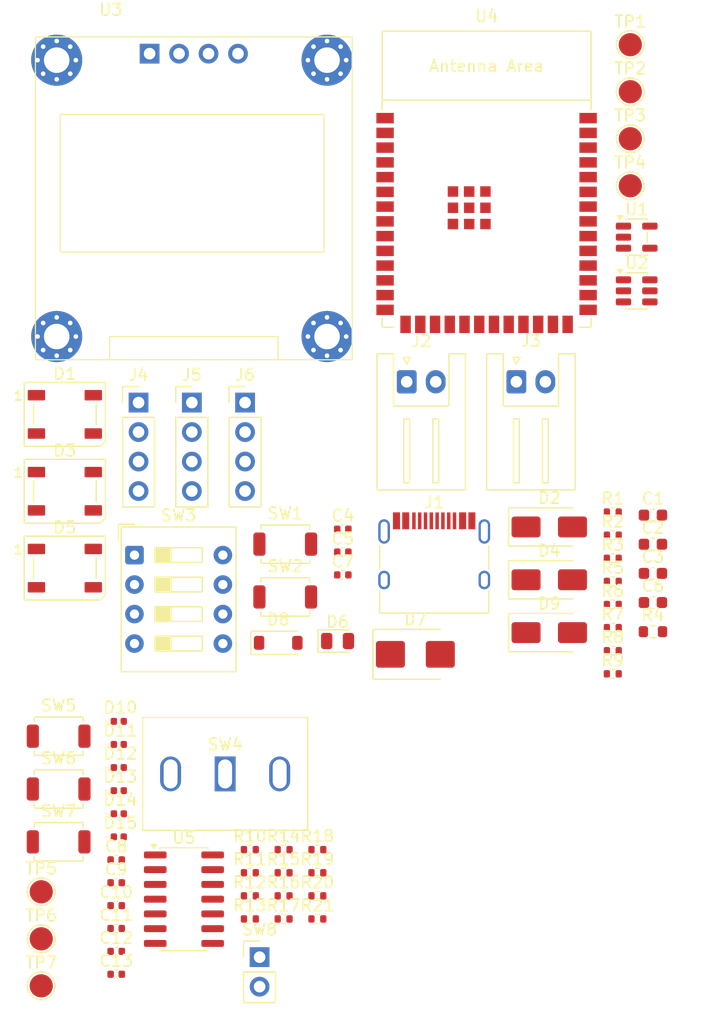
<source format=kicad_pcb>
(kicad_pcb (version 20241229) (generator "pcbnew") (generator_version "9.0")
  (layers (0 "F.Cu" signal) (2 "B.Cu" signal) (13 "F.Paste" user) (15 "B.Paste" user) (5 "F.SilkS" user "F.Silkscreen") (7 "B.SilkS" user "B.Silkscreen") (1 "F.Mask" user) (3 "B.Mask" user) (25 "Edge.Cuts" user))
  (net 0 "")
  (net 1 "+5V")
  (net 2 "GND")
  (net 3 "+3V3")
  (net 4 "/Vsense")
  (net 5 "/CHIP_PU")
  (net 6 "Net-(C8-Pad1)")
  (net 7 "Net-(C9-Pad1)")
  (net 8 "Net-(C10-Pad1)")
  (net 9 "Net-(C11-Pad1)")
  (net 10 "Net-(C12-Pad1)")
  (net 11 "Net-(C13-Pad1)")
  (net 12 "Net-(D1-DOUT)")
  (net 13 "/RGB_LEDS")
  (net 14 "Net-(D3-DOUT)")
  (net 15 "VBUS")
  (net 17 "Net-(D6-A)")
  (net 18 "+VBATT")
  (net 19 "Net-(D10-K)")
  (net 20 "Net-(D11-K)")
  (net 21 "Net-(D12-K)")
  (net 22 "Net-(D13-K)")
  (net 23 "Net-(D14-K)")
  (net 24 "Net-(D15-K)")
  (net 25 "Net-(J1-CC2)")
  (net 26 "Net-(J1-D+-PadA6)")
  (net 27 "Net-(J1-CC1)")
  (net 28 "Net-(J1-D--PadA7)")
  (net 29 "Net-(J4-Pin_2)")
  (net 30 "Net-(J4-Pin_3)")
  (net 31 "Net-(J4-Pin_1)")
  (net 32 "Net-(J4-Pin_4)")
  (net 33 "Net-(J5-Pin_3)")
  (net 34 "Net-(J5-Pin_2)")
  (net 35 "Net-(J5-Pin_4)")
  (net 36 "Net-(J5-Pin_1)")
  (net 37 "/U0TXD")
  (net 38 "/U0RXD")
  (net 39 "/BOOT")
  (net 40 "/D+")
  (net 41 "/ESP_D+")
  (net 42 "/D-")
  (net 43 "/ESP_D-")
  (net 44 "Net-(U4-GPIO48{slash}SPICLK_N{slash}SUBSPICLK_N_DIFF)")
  (net 45 "Net-(U4-GPIO47{slash}SPICLK_P{slash}SUBSPICLK_P_DIFF)")
  (net 46 "Net-(U4-GPIO46)")
  (net 47 "Net-(U4-GPIO45)")
  (net 48 "/Switches/ESW3")
  (net 50 "/SCL")
  (net 51 "/SDA")
  (net 53 "/Switches/ESW1")
  (net 60 "/Switches/ESW4")
  (net 61 "/Switches/ESW5")
  (net 62 "/Switches/ESW2")
  (net 65 "/Switches/ESW6")
  (footprint "Diode_SMD:D_SMB" (layer "F.Cu") (at 75.7 154.2)
    (property "Reference" "D7" (at 0 -3 0) (layer "F.SilkS"))
    (property "Value" "P6SMB6.8CA/TR13")
    (pad "1" smd roundrect (at -2.15 0) (size 2.5 2.3) (layers "F.Cu" "F.Mask" "F.Paste") (roundrect_rratio 0.1086956522) (net 1 "+5V"))
    (pad "2" smd roundrect (at 2.15 0) (size 2.5 2.3) (layers "F.Cu" "F.Mask" "F.Paste") (roundrect_rratio 0.1086956522) (net 2 "GND"))
  )
  (footprint "Connector_PinHeader_2.54mm:PinHeader_1x04_P2.54mm_Vertical" (layer "F.Cu") (at 56.435 132.52)
    (property "Reference" "J5" (at 0 -2.38 0) (layer "F.SilkS"))
    (property "Value" "Conn_01x04_Pin")
    (pad "1" thru_hole rect (at 0 0) (size 1.7 1.7) (drill 1) (layers "*.Cu" "*.Mask") (net 36 "Net-(J5-Pin_1)"))
    (pad "2" thru_hole circle (at 0 2.54) (size 1.7 1.7) (drill 1) (layers "*.Cu" "*.Mask") (net 34 "Net-(J5-Pin_2)"))
    (pad "3" thru_hole circle (at 0 5.08) (size 1.7 1.7) (drill 1) (layers "*.Cu" "*.Mask") (net 33 "Net-(J5-Pin_3)"))
    (pad "4" thru_hole circle (at 0 7.62) (size 1.7 1.7) (drill 1) (layers "*.Cu" "*.Mask") (net 35 "Net-(J5-Pin_4)"))
  )
  (footprint "Pers:Diode_DFN1006" (layer "F.Cu") (at 50.14 161.96)
    (property "Reference" "D11" (at 0.14 -1.2 0) (layer "F.SilkS"))
    (property "Value" "H5VU10U")
    (pad "1" smd roundrect (at -0.425 0) (size 0.55 0.6) (layers "F.Cu" "F.Mask" "F.Paste") (net 20 "Net-(D11-K)"))
    (pad "2" smd roundrect (at 0.425 0) (size 0.55 0.6) (layers "F.Cu" "F.Mask" "F.Paste") (net 2 "GND"))
  )
  (footprint "Button_Switch_SMD:SW_SPST_TS-1088-xR020" (layer "F.Cu") (at 44.955 161.25)
    (property "Reference" "SW5" (at 0 -2.65 0) (layer "F.SilkS"))
    (property "Value" "SW_Push")
    (pad "1" smd roundrect (at -2.225 0) (size 1.05 2) (layers "F.Cu" "F.Mask" "F.Paste") (roundrect_rratio 0.2380952381) (net 2 "GND"))
    (pad "2" smd roundrect (at 2.225 0) (size 1.05 2) (layers "F.Cu" "F.Mask" "F.Paste") (roundrect_rratio 0.2380952381) (net 19 "Net-(D10-K)"))
  )
  (footprint "Resistor_SMD:R_0402_1005Metric" (layer "F.Cu") (at 67.255 173.01)
    (property "Reference" "R19" (at 0 -1.17 0) (layer "F.SilkS"))
    (property "Value" "1k")
    (pad "1" smd roundrect (at -0.51 0) (size 0.54 0.64) (layers "F.Cu" "F.Mask" "F.Paste") (net 24 "Net-(D15-K)"))
    (pad "2" smd roundrect (at 0.51 0) (size 0.54 0.64) (layers "F.Cu" "F.Mask" "F.Paste") (net 9 "Net-(C11-Pad1)"))
  )
  (footprint "Resistor_SMD:R_0402_1005Metric" (layer "F.Cu") (at 92.715 149.91)
    (property "Reference" "R6" (at 0 -1.17 0) (layer "F.SilkS"))
    (property "Value" "10k")
    (pad "1" smd roundrect (at -0.51 0) (size 0.54 0.64) (layers "F.Cu" "F.Mask" "F.Paste") (net 5 "/CHIP_PU"))
    (pad "2" smd roundrect (at 0.51 0) (size 0.54 0.64) (layers "F.Cu" "F.Mask" "F.Paste") (net 3 "+3V3"))
  )
  (footprint "Capacitor_SMD:C_0603_1608Metric" (layer "F.Cu") (at 96.175 149.74)
    (property "Reference" "C6" (at 0 -1.43 0) (layer "F.SilkS"))
    (property "Value" "22u")
    (pad "1" smd roundrect (at -0.775 0) (size 0.9 0.95) (layers "F.Cu" "F.Mask" "F.Paste") (net 3 "+3V3"))
    (pad "2" smd roundrect (at 0.775 0) (size 0.9 0.95) (layers "F.Cu" "F.Mask" "F.Paste") (net 2 "GND"))
  )
  (footprint "TestPoint:TestPoint_Pad_D2.0mm" (layer "F.Cu") (at 94.225 113.85)
    (property "Reference" "TP4" (at 0 -1.998 0) (layer "F.SilkS"))
    (property "Value" "TestPoint")
    (pad "1" smd circle (at 0 0) (size 2 2) (layers "F.Cu" "F.Mask") (net 18 "+VBATT"))
  )
  (footprint "LED_SMD:LED_WS2812B_PLCC4_5.0x5.0mm_P3.2mm" (layer "F.Cu") (at 45.49 133.535)
    (property "Reference" "D1" (at 0 -3.5 0) (layer "F.SilkS"))
    (property "Value" "WS2812B")
    (fp_text user "1" (at -4 -1.6 0) (layer "F.SilkS") (effects (font (size 0.8 0.8))))
    (pad "1" smd roundrect (at -2.45 -1.65) (size 1.5 0.9) (layers "F.Cu" "F.Mask" "F.Paste") (roundrect_rratio 0.1) (net 1 "+5V"))
    (pad "2" smd roundrect (at -2.45 1.65) (size 1.5 0.9) (layers "F.Cu" "F.Mask" "F.Paste") (roundrect_rratio 0.1) (net 12 "Net-(D1-DOUT)"))
    (pad "3" smd roundrect (at 2.45 1.65) (size 1.5 0.9) (layers "F.Cu" "F.Mask" "F.Paste") (roundrect_rratio 0.1) (net 2 "GND"))
    (pad "4" smd roundrect (at 2.45 -1.65) (size 1.5 0.9) (layers "F.Cu" "F.Mask" "F.Paste") (roundrect_rratio 0.1) (net 13 "/RGB_LEDS"))
  )
  (footprint "TestPoint:TestPoint_Pad_D2.0mm" (layer "F.Cu") (at 94.225 101.7)
    (property "Reference" "TP1" (at 0 -1.998 0) (layer "F.SilkS"))
    (property "Value" "TestPoint")
    (pad "1" smd circle (at 0 0) (size 2 2) (layers "F.Cu" "F.Mask") (net 3 "+3V3"))
  )
  (footprint "Capacitor_SMD:C_0402_1005Metric" (layer "F.Cu") (at 49.915 171.9)
    (property "Reference" "C8" (at 0 -1.16 0) (layer "F.SilkS"))
    (property "Value" "0u1")
    (pad "1" smd roundrect (at -0.48 0) (size 0.56 0.62) (layers "F.Cu" "F.Mask" "F.Paste") (net 6 "Net-(C8-Pad1)"))
    (pad "2" smd roundrect (at 0.48 0) (size 0.56 0.62) (layers "F.Cu" "F.Mask" "F.Paste") (net 2 "GND"))
  )
  (footprint "Resistor_SMD:R_0402_1005Metric" (layer "F.Cu") (at 61.435 173.01)
    (property "Reference" "R11" (at 0 -1.17 0) (layer "F.SilkS"))
    (property "Value" "10k")
    (pad "1" smd roundrect (at -0.51 0) (size 0.54 0.64) (layers "F.Cu" "F.Mask" "F.Paste") (net 20 "Net-(D11-K)"))
    (pad "2" smd roundrect (at 0.51 0) (size 0.54 0.64) (layers "F.Cu" "F.Mask" "F.Paste") (net 3 "+3V3"))
  )
  (footprint "Pers:Diode_DFN1006" (layer "F.Cu") (at 50.14 159.97)
    (property "Reference" "D10" (at 0.14 -1.2 0) (layer "F.SilkS"))
    (property "Value" "H5VU10U")
    (pad "1" smd roundrect (at -0.425 0) (size 0.55 0.6) (layers "F.Cu" "F.Mask" "F.Paste") (net 19 "Net-(D10-K)"))
    (pad "2" smd roundrect (at 0.425 0) (size 0.55 0.6) (layers "F.Cu" "F.Mask" "F.Paste") (net 2 "GND"))
  )
  (footprint "Diode_SMD:D_SOD-123" (layer "F.Cu") (at 63.88 153.21)
    (property "Reference" "D8" (at 0 -2 0) (layer "F.SilkS"))
    (property "Value" "BZT52B3V3")
    (pad "1" smd roundrect (at -1.65 0) (size 0.9 1.2) (layers "F.Cu" "F.Mask" "F.Paste") (net 4 "/Vsense"))
    (pad "2" smd roundrect (at 1.65 0) (size 0.9 1.2) (layers "F.Cu" "F.Mask" "F.Paste") (net 2 "GND"))
  )
  (footprint "Connector_PinHeader_2.54mm:PinHeader_1x04_P2.54mm_Vertical" (layer "F.Cu") (at 61.025 132.52)
    (property "Reference" "J6" (at 0 -2.38 0) (layer "F.SilkS"))
    (property "Value" "Conn_01x04_Pin")
    (pad "1" thru_hole rect (at 0 0) (size 1.7 1.7) (drill 1) (layers "*.Cu" "*.Mask") (net 3 "+3V3"))
    (pad "2" thru_hole circle (at 0 2.54) (size 1.7 1.7) (drill 1) (layers "*.Cu" "*.Mask") (net 38 "/U0RXD"))
    (pad "3" thru_hole circle (at 0 5.08) (size 1.7 1.7) (drill 1) (layers "*.Cu" "*.Mask") (net 2 "GND"))
    (pad "4" thru_hole circle (at 0 7.62) (size 1.7 1.7) (drill 1) (layers "*.Cu" "*.Mask") (net 37 "/U0TXD"))
  )
  (footprint "Capacitor_SMD:C_0402_1005Metric" (layer "F.Cu") (at 69.445 143.42)
    (property "Reference" "C4" (at 0 -1.16 0) (layer "F.SilkS"))
    (property "Value" "0u1")
    (pad "1" smd roundrect (at -0.48 0) (size 0.56 0.62) (layers "F.Cu" "F.Mask" "F.Paste") (net 4 "/Vsense"))
    (pad "2" smd roundrect (at 0.48 0) (size 0.56 0.62) (layers "F.Cu" "F.Mask" "F.Paste") (net 2 "GND"))
  )
  (footprint "Resistor_SMD:R_0402_1005Metric" (layer "F.Cu") (at 67.255 171.02)
    (property "Reference" "R18" (at 0 -1.17 0) (layer "F.SilkS"))
    (property "Value" "1k")
    (pad "1" smd roundrect (at -0.51 0) (size 0.54 0.64) (layers "F.Cu" "F.Mask" "F.Paste") (net 21 "Net-(D12-K)"))
    (pad "2" smd roundrect (at 0.51 0) (size 0.54 0.64) (layers "F.Cu" "F.Mask" "F.Paste") (net 8 "Net-(C10-Pad1)"))
  )
  (footprint "LED_SMD:LED_0805_2012Metric" (layer "F.Cu") (at 68.995 153.055)
    (property "Reference" "D6" (at 0 -1.65 0) (layer "F.SilkS"))
    (property "Value" "GREEN")
    (pad "1" smd roundrect (at -0.9375 0) (size 0.975 1.4) (layers "F.Cu" "F.Mask" "F.Paste") (net 2 "GND"))
    (pad "2" smd roundrect (at 0.9375 0) (size 0.975 1.4) (layers "F.Cu" "F.Mask" "F.Paste") (net 17 "Net-(D6-A)"))
  )
  (footprint "Pers:HS96L03W2C03" (layer "F.Cu") (at 52.795 102.473274)
    (property "Reference" "U3" (at -3.34 -3.773274 0) (layer "F.SilkS"))
    (property "Value" "HS96L03W2C03" (hide yes))
    (pad "1" thru_hole circle (at -9.656726 0.56) (size 0.7 0.7) (drill 0.4) (layers "*.Cu" "*.Mask") (net 2 "GND"))
    (pad "1" thru_hole circle (at -9.656726 24.36) (size 0.7 0.7) (drill 0.4) (layers "*.Cu" "*.Mask") (net 2 "GND"))
    (pad "1" thru_hole circle (at -9.173452 -0.606726) (size 0.7 0.7) (drill 0.4) (layers "*.Cu" "*.Mask") (net 2 "GND"))
    (pad "1" thru_hole circle (at -9.173452 1.726726) (size 0.7 0.7) (drill 0.4) (layers "*.Cu" "*.Mask") (net 2 "GND"))
    (pad "1" thru_hole circle (at -9.173452 23.193274) (size 0.7 0.7) (drill 0.4) (layers "*.Cu" "*.Mask") (net 2 "GND"))
    (pad "1" thru_hole circle (at -9.173452 25.526726) (size 0.7 0.7) (drill 0.4) (layers "*.Cu" "*.Mask") (net 2 "GND"))
    (pad "1" thru_hole circle (at -8.006726 -1.09) (size 0.7 0.7) (drill 0.4) (layers "*.Cu" "*.Mask") (net 2 "GND"))
    (pad "1" thru_hole circle (at -8.006726 0.56) (size 4.4 4.4) (drill 2.2) (layers "*.Cu" "*.Mask") (net 2 "GND"))
    (pad "1" thru_hole circle (at -8.006726 2.21) (size 0.7 0.7) (drill 0.4) (layers "*.Cu" "*.Mask") (net 2 "GND"))
    (pad "1" thru_hole circle (at -8.006726 22.71) (size 0.7 0.7) (drill 0.4) (layers "*.Cu" "*.Mask") (net 2 "GND"))
    (pad "1" thru_hole circle (at -8.006726 24.36) (size 4.4 4.4) (drill 2.2) (layers "*.Cu" "*.Mask") (net 2 "GND"))
    (pad "1" thru_hole circle (at -8.006726 26.01) (size 0.7 0.7) (drill 0.4) (layers "*.Cu" "*.Mask") (net 2 "GND"))
    (pad "1" thru_hole circle (at -6.84 -0.606726) (size 0.7 0.7) (drill 0.4) (layers "*.Cu" "*.Mask") (net 2 "GND"))
    (pad "1" thru_hole circle (at -6.84 1.726726) (size 0.7 0.7) (drill 0.4) (layers "*.Cu" "*.Mask") (net 2 "GND"))
    (pad "1" thru_hole circle (at -6.84 23.193274) (size 0.7 0.7) (drill 0.4) (layers "*.Cu" "*.Mask") (net 2 "GND"))
    (pad "1" thru_hole circle (at -6.84 25.526726) (size 0.7 0.7) (drill 0.4) (layers "*.Cu" "*.Mask") (net 2 "GND"))
    (pad "1" thru_hole circle (at -6.356726 0.56) (size 0.7 0.7) (drill 0.4) (layers "*.Cu" "*.Mask") (net 2 "GND"))
    (pad "1" thru_hole circle (at -6.356726 24.36) (size 0.7 0.7) (drill 0.4) (layers "*.Cu" "*.Mask") (net 2 "GND"))
    (pad "1" thru_hole rect (at 0 0) (size 1.7 1.7) (drill 1) (layers "*.Cu" "*.Mask") (net 2 "GND"))
    (pad "1" thru_hole circle (at 13.643274 0.56 90) (size 0.7 0.7) (drill 0.4) (layers "*.Cu" "*.Mask") (net 2 "GND"))
    (pad "1" thru_hole circle (at 13.643274 24.36 90) (size 0.7 0.7) (drill 0.4) (layers "*.Cu" "*.Mask") (net 2 "GND"))
    (pad "1" thru_hole circle (at 14.126548 -0.606726 90) (size 0.7 0.7) (drill 0.4) (layers "*.Cu" "*.Mask") (net 2 "GND"))
    (pad "1" thru_hole circle (at 14.126548 1.726726 90) (size 0.7 0.7) (drill 0.4) (layers "*.Cu" "*.Mask") (net 2 "GND"))
    (pad "1" thru_hole circle (at 14.126548 23.193274 90) (size 0.7 0.7) (drill 0.4) (layers "*.Cu" "*.Mask") (net 2 "GND"))
    (pad "1" thru_hole circle (at 14.126548 25.526726 90) (size 0.7 0.7) (drill 0.4) (layers "*.Cu" "*.Mask") (net 2 "GND"))
    (pad "1" thru_hole circle (at 15.293274 -1.09 90) (size 0.7 0.7) (drill 0.4) (layers "*.Cu" "*.Mask") (net 2 "GND"))
    (pad "1" thru_hole circle (at 15.293274 0.56 90) (size 4.4 4.4) (drill 2.2) (layers "*.Cu" "*.Mask") (net 2 "GND"))
    (pad "1" thru_hole circle (at 15.293274 2.21 90) (size 0.7 0.7) (drill 0.4) (layers "*.Cu" "*.Mask") (net 2 "GND"))
    (pad "1" thru_hole circle (at 15.293274 22.71 90) (size 0.7 0.7) (drill 0.4) (layers "*.Cu" "*.Mask") (net 2 "GND"))
    (pad "1" thru_hole circle (at 15.293274 24.36 90) (size 4.4 4.4) (drill 2.2) (layers "*.Cu" "*.Mask") (net 2 "GND"))
    (pad "1" thru_hole circle (at 15.293274 26.01 90) (size 0.7 0.7) (drill 0.4) (layers "*.Cu" "*.Mask") (net 2 "GND"))
    (pad "1" thru_hole circle (at 16.46 -0.606726 90) (size 0.7 0.7) (drill 0.4) (layers "*.Cu" "*.Mask") (net 2 "GND"))
    (pad "1" thru_hole circle (at 16.46 1.726726 90) (size 0.7 0.7) (drill 0.4) (layers "*.Cu" "*.Mask") (net 2 "GND"))
    (pad "1" thru_hole circle (at 16.46 23.193274 90) (size 0.7 0.7) (drill 0.4) (layers "*.Cu" "*.Mask") (net 2 "GND"))
    (pad "1" thru_hole circle (at 16.46 25.526726 90) (size 0.7 0.7) (drill 0.4) (layers "*.Cu" "*.Mask") (net 2 "GND"))
    (pad "1" thru_hole circle (at 16.943274 0.56 90) (size 0.7 0.7) (drill 0.4) (layers "*.Cu" "*.Mask") (net 2 "GND"))
    (pad "1" thru_hole circle (at 16.943274 24.36 90) (size 0.7 0.7) (drill 0.4) (layers "*.Cu" "*.Mask") (net 2 "GND"))
    (pad "2" thru_hole circle (at 2.54 0) (size 1.7 1.7) (drill 1) (layers "*.Cu" "*.Mask") (net 3 "+3V3"))
    (pad "3" thru_hole circle (at 5.08 0) (size 1.7 1.7) (drill 1) (layers "*.Cu" "*.Mask") (net 50 "/SCL"))
    (pad "4" thru_hole circle (at 7.62 0) (size 1.7 1.7) (drill 1) (layers "*.Cu" "*.Mask") (net 51 "/SDA"))
  )
  (footprint "Resistor_SMD:R_0402_1005Metric" (layer "F.Cu") (at 92.715 143.94)
    (property "Reference" "R2" (at 0 -1.17 0) (layer "F.SilkS"))
    (property "Value" "5k1")
    (pad "1" smd roundrect (at -0.51 0) (size 0.54 0.64) (layers "F.Cu" "F.Mask" "F.Paste") (net 2 "GND"))
    (pad "2" smd roundrect (at 0.51 0) (size 0.54 0.64) (layers "F.Cu" "F.Mask" "F.Paste") (net 25 "Net-(J1-CC2)"))
  )
  (footprint "Resistor_SMD:R_0402_1005Metric" (layer "F.Cu") (at 64.345 171.02)
    (property "Reference" "R14" (at 0 -1.17 0) (layer "F.SilkS"))
    (property "Value" "10k")
    (pad "1" smd roundrect (at -0.51 0) (size 0.54 0.64) (layers "F.Cu" "F.Mask" "F.Paste") (net 22 "Net-(D13-K)"))
    (pad "2" smd roundrect (at 0.51 0) (size 0.54 0.64) (layers "F.Cu" "F.Mask" "F.Paste") (net 3 "+3V3"))
  )
  (footprint "Resistor_SMD:R_0402_1005Metric" (layer "F.Cu") (at 92.715 155.88)
    (property "Reference" "R9" (at 0 -1.17 0) (layer "F.SilkS"))
    (property "Value" "22")
    (pad "1" smd roundrect (at -0.51 0) (size 0.54 0.64) (layers "F.Cu" "F.Mask" "F.Paste") (net 43 "/ESP_D-"))
    (pad "2" smd roundrect (at 0.51 0) (size 0.54 0.64) (layers "F.Cu" "F.Mask" "F.Paste") (net 42 "/D-"))
  )
  (footprint "Package_TO_SOT_SMD:SOT-23-5" (layer "F.Cu") (at 94.775 118.275)
    (property "Reference" "U1" (at 0 -2.4 0) (layer "F.SilkS"))
    (property "Value" "TLV75733PDBV")
    (pad "1" smd roundrect (at -1.1375 -0.95) (size 1.325 0.6) (layers "F.Cu" "F.Mask" "F.Paste") (net 1 "+5V"))
    (pad "2" smd roundrect (at -1.1375 0) (size 1.325 0.6) (layers "F.Cu" "F.Mask" "F.Paste") (net 2 "GND"))
    (pad "3" smd roundrect (at -1.1375 0.95) (size 1.325 0.6) (layers "F.Cu" "F.Mask" "F.Paste") (net 1 "+5V"))
    (pad "4" smd roundrect (at 1.1375 0.95) (size 1.325 0.6) (layers "F.Cu" "F.Mask" "F.Paste"))
    (pad "5" smd roundrect (at 1.1375 -0.95) (size 1.325 0.6) (layers "F.Cu" "F.Mask" "F.Paste") (net 3 "+3V3"))
  )
  (footprint "Resistor_SMD:R_0402_1005Metric" (layer "F.Cu") (at 67.255 175)
    (property "Reference" "R20" (at 0 -1.17 0) (layer "F.SilkS"))
    (property "Value" "1k")
    (pad "1" smd roundrect (at -0.51 0) (size 0.54 0.64) (layers "F.Cu" "F.Mask" "F.Paste") (net 22 "Net-(D13-K)"))
    (pad "2" smd roundrect (at 0.51 0) (size 0.54 0.64) (layers "F.Cu" "F.Mask" "F.Paste") (net 10 "Net-(C12-Pad1)"))
  )
  (footprint "Resistor_SMD:R_0402_1005Metric" (layer "F.Cu") (at 92.715 145.93)
    (property "Reference" "R3" (at 0 -1.17 0) (layer "F.SilkS"))
    (property "Value" "5k1")
    (pad "1" smd roundrect (at -0.51 0) (size 0.54 0.64) (layers "F.Cu" "F.Mask" "F.Paste") (net 3 "+3V3"))
    (pad "2" smd roundrect (at 0.51 0) (size 0.54 0.64) (layers "F.Cu" "F.Mask" "F.Paste") (net 17 "Net-(D6-A)"))
  )
  (footprint "Pers:Diode_DFN1006" (layer "F.Cu") (at 50.14 167.93)
    (property "Reference" "D14" (at 0.14 -1.2 0) (layer "F.SilkS"))
    (property "Value" "H5VU10U")
    (pad "1" smd roundrect (at -0.425 0) (size 0.55 0.6) (layers "F.Cu" "F.Mask" "F.Paste") (net 23 "Net-(D14-K)"))
    (pad "2" smd roundrect (at 0.425 0) (size 0.55 0.6) (layers "F.Cu" "F.Mask" "F.Paste") (net 2 "GND"))
  )
  (footprint "Connector_JST:JST_XH_S2B-XH-A_1x02_P2.50mm_Horizontal" (layer "F.Cu") (at 74.955 130.73)
    (property "Reference" "J2" (at 1.25 -3.51 0) (layer "F.SilkS"))
    (property "Value" "Conn_01x02")
    (pad "1" thru_hole roundrect (at 0 0) (size 1.7 2) (drill 1) (layers "*.Cu" "*.Mask") (roundrect_rratio 0.147059) (net 2 "GND"))
    (pad "2" thru_hole oval (at 2.5 0) (size 1.7 2) (drill 1) (layers "*.Cu" "*.Mask") (net 1 "+5V"))
  )
  (footprint "Capacitor_SMD:C_0402_1005Metric" (layer "F.Cu") (at 49.915 177.81)
    (property "Reference" "C11" (at 0 -1.16 0) (layer "F.SilkS"))
    (property "Value" "0u1")
    (pad "1" smd roundrect (at -0.48 0) (size 0.56 0.62) (layers "F.Cu" "F.Mask" "F.Paste") (net 9 "Net-(C11-Pad1)"))
    (pad "2" smd roundrect (at 0.48 0) (size 0.56 0.62) (layers "F.Cu" "F.Mask" "F.Paste") (net 2 "GND"))
  )
  (footprint "Button_Switch_SMD:SW_SPST_TS-1088-xR020" (layer "F.Cu") (at 44.955 170.35)
    (property "Reference" "SW7" (at 0 -2.65 0) (layer "F.SilkS"))
    (property "Value" "SW_Push")
    (pad "1" smd roundrect (at -2.225 0) (size 1.05 2) (layers "F.Cu" "F.Mask" "F.Paste") (roundrect_rratio 0.2380952381) (net 2 "GND"))
    (pad "2" smd roundrect (at 2.225 0) (size 1.05 2) (layers "F.Cu" "F.Mask" "F.Paste") (roundrect_rratio 0.2380952381) (net 21 "Net-(D12-K)"))
  )
  (footprint "Connector_PinHeader_2.54mm:PinHeader_1x04_P2.54mm_Vertical" (layer "F.Cu") (at 51.845 132.52)
    (property "Reference" "J4" (at 0 -2.38 0) (layer "F.SilkS"))
    (property "Value" "Conn_01x04_Pin")
    (pad "1" thru_hole rect (at 0 0) (size 1.7 1.7) (drill 1) (layers "*.Cu" "*.Mask") (net 31 "Net-(J4-Pin_1)"))
    (pad "2" thru_hole circle (at 0 2.54) (size 1.7 1.7) (drill 1) (layers "*.Cu" "*.Mask") (net 29 "Net-(J4-Pin_2)"))
    (pad "3" thru_hole circle (at 0 5.08) (size 1.7 1.7) (drill 1) (layers "*.Cu" "*.Mask") (net 30 "Net-(J4-Pin_3)"))
    (pad "4" thru_hole circle (at 0 7.62) (size 1.7 1.7) (drill 1) (layers "*.Cu" "*.Mask") (net 32 "Net-(J4-Pin_4)"))
  )
  (footprint "Diode_SMD:D_SMA" (layer "F.Cu") (at 87.24 147.78)
    (property "Reference" "D4" (at 0 -2.5 0) (layer "F.SilkS"))
    (property "Value" "D_Schottky")
    (pad "1" smd roundrect (at -2 0) (size 2.5 1.8) (layers "F.Cu" "F.Mask" "F.Paste") (roundrect_rratio 0.1388888889) (net 1 "+5V"))
    (pad "2" smd roundrect (at 2 0) (size 2.5 1.8) (layers "F.Cu" "F.Mask" "F.Paste") (roundrect_rratio 0.1388888889) (net 15 "VBUS"))
  )
  (footprint "Capacitor_SMD:C_0402_1005Metric" (layer "F.Cu") (at 49.915 179.78)
    (property "Reference" "C12" (at 0 -1.16 0) (layer "F.SilkS"))
    (property "Value" "0u1")
    (pad "1" smd roundrect (at -0.48 0) (size 0.56 0.62) (layers "F.Cu" "F.Mask" "F.Paste") (net 10 "Net-(C12-Pad1)"))
    (pad "2" smd roundrect (at 0.48 0) (size 0.56 0.62) (layers "F.Cu" "F.Mask" "F.Paste") (net 2 "GND"))
  )
  (footprint "Resistor_SMD:R_0402_1005Metric" (layer "F.Cu") (at 92.715 153.89)
    (property "Reference" "R8" (at 0 -1.17 0) (layer "F.SilkS"))
    (property "Value" "22")
    (pad "1" smd roundrect (at -0.51 0) (size 0.54 0.64) (layers "F.Cu" "F.Mask" "F.Paste") (net 41 "/ESP_D+"))
    (pad "2" smd roundrect (at 0.51 0) (size 0.54 0.64) (layers "F.Cu" "F.Mask" "F.Paste") (net 40 "/D+"))
  )
  (footprint "Resistor_SMD:R_0402_1005Metric" (layer "F.Cu") (at 67.255 176.99)
    (property "Reference" "R21" (at 0 -1.17 0) (layer "F.SilkS"))
    (property "Value" "1k")
    (pad "1" smd roundrect (at -0.51 0) (size 0.54 0.64) (layers "F.Cu" "F.Mask" "F.Paste") (net 23 "Net-(D14-K)"))
    (pad "2" smd roundrect (at 0.51 0) (size 0.54 0.64) (layers "F.Cu" "F.Mask" "F.Paste") (net 11 "Net-(C13-Pad1)"))
  )
  (footprint "Diode_SMD:D_SMA" (layer "F.Cu") (at 87.24 143.23)
    (property "Reference" "D2" (at 0 -2.5 0) (layer "F.SilkS"))
    (property "Value" "D_Schottky")
    (pad "1" smd roundrect (at -2 0) (size 2.5 1.8) (layers "F.Cu" "F.Mask" "F.Paste") (roundrect_rratio 0.1388888889) (net 1 "+5V"))
    (pad "2" smd roundrect (at 2 0) (size 2.5 1.8) (layers "F.Cu" "F.Mask" "F.Paste") (roundrect_rratio 0.1388888889) (net 3 "+3V3"))
  )
  (footprint "Capacitor_SMD:C_0603_1608Metric" (layer "F.Cu") (at 96.175 142.21)
    (property "Reference" "C1" (at 0 -1.43 0) (layer "F.SilkS"))
    (property "Value" "22u")
    (pad "1" smd roundrect (at -0.775 0) (size 0.9 0.95) (layers "F.Cu" "F.Mask" "F.Paste") (net 2 "GND"))
    (pad "2" smd roundrect (at 0.775 0) (size 0.9 0.95) (layers "F.Cu" "F.Mask" "F.Paste") (net 1 "+5V"))
  )
  (footprint "Capacitor_SMD:C_0603_1608Metric" (layer "F.Cu") (at 96.175 147.23)
    (property "Reference" "C3" (at 0 -1.43 0) (layer "F.SilkS"))
    (property "Value" "10u")
    (pad "1" smd roundrect (at -0.775 0) (size 0.9 0.95) (layers "F.Cu" "F.Mask" "F.Paste") (net 1 "+5V"))
    (pad "2" smd roundrect (at 0.775 0) (size 0.9 0.95) (layers "F.Cu" "F.Mask" "F.Paste") (net 2 "GND"))
  )
  (footprint "Resistor_SMD:R_0402_1005Metric" (layer "F.Cu") (at 92.715 151.9)
    (property "Reference" "R7" (at 0 -1.17 0) (layer "F.SilkS"))
    (property "Value" "10k")
    (pad "1" smd roundrect (at -0.51 0) (size 0.54 0.64) (layers "F.Cu" "F.Mask" "F.Paste") (net 39 "/BOOT"))
    (pad "2" smd roundrect (at 0.51 0) (size 0.54 0.64) (layers "F.Cu" "F.Mask" "F.Paste") (net 2 "GND"))
  )
  (footprint "TestPoint:TestPoint_Pad_D2.0mm" (layer "F.Cu") (at 43.455 178.7)
    (property "Reference" "TP6" (at 0 -1.998 0) (layer "F.SilkS"))
    (property "Value" "TestPoint")
    (pad "1" smd circle (at 0 0) (size 2 2) (layers "F.Cu" "F.Mask") (net 9 "Net-(C11-Pad1)"))
  )
  (footprint "Capacitor_SMD:C_0402_1005Metric" (layer "F.Cu") (at 49.915 175.84)
    (property "Reference" "C10" (at 0 -1.16 0) (layer "F.SilkS"))
    (property "Value" "0u1")
    (pad "1" smd roundrect (at -0.48 0) (size 0.56 0.62) (layers "F.Cu" "F.Mask" "F.Paste") (net 8 "Net-(C10-Pad1)"))
    (pad "2" smd roundrect (at 0.48 0) (size 0.56 0.62) (layers "F.Cu" "F.Mask" "F.Paste") (net 2 "GND"))
  )
  (footprint "Resistor_SMD:R_0402_1005Metric" (layer "F.Cu") (at 64.345 175)
    (property "Reference" "R16" (at 0 -1.17 0) (layer "F.SilkS"))
    (property "Value" "1k")
    (pad "1" smd roundrect (at -0.51 0) (size 0.54 0.64) (layers "F.Cu" "F.Mask" "F.Paste") (net 19 "Net-(D10-K)"))
    (pad "2" smd roundrect (at 0.51 0) (size 0.54 0.64) (layers "F.Cu" "F.Mask" "F.Paste") (net 6 "Net-(C8-Pad1)"))
  )
  (footprint "Resistor_SMD:R_0402_1005Metric" (layer "F.Cu") (at 61.435 171.02)
    (property "Reference" "R10" (at 0 -1.17 0) (layer "F.SilkS"))
    (property "Value" "10k")
    (pad "1" smd roundrect (at -0.51 0) (size 0.54 0.64) (layers "F.Cu" "F.Mask" "F.Paste") (net 19 "Net-(D10-K)"))
    (pad "2" smd roundrect (at 0.51 0) (size 0.54 0.64) (layers "F.Cu" "F.Mask" "F.Paste") (net 3 "+3V3"))
  )
  (footprint "Button_Switch_SMD:SW_SPST_TS-1088-xR020" (layer "F.Cu") (at 64.485 149.26)
    (property "Reference" "SW2" (at 0 -2.65 0) (layer "F.SilkS"))
    (property "Value" "SW_Push")
    (pad "1" smd roundrect (at -2.225 0) (size 1.05 2) (layers "F.Cu" "F.Mask" "F.Paste") (roundrect_rratio 0.2380952381) (net 2 "GND"))
    (pad "2" smd roundrect (at 2.225 0) (size 1.05 2) (layers "F.Cu" "F.Mask" "F.Paste") (roundrect_rratio 0.2380952381) (net 5 "/CHIP_PU"))
  )
  (footprint "Capacitor_SMD:C_0402_1005Metric" (layer "F.Cu") (at 49.915 181.75)
    (property "Reference" "C13" (at 0 -1.16 0) (layer "F.SilkS"))
    (property "Value" "0u1")
    (pad "1" smd roundrect (at -0.48 0) (size 0.56 0.62) (layers "F.Cu" "F.Mask" "F.Paste") (net 11 "Net-(C13-Pad1)"))
    (pad "2" smd roundrect (at 0.48 0) (size 0.56 0.62) (layers "F.Cu" "F.Mask" "F.Paste") (net 2 "GND"))
  )
  (footprint "PCM_Espressif:ESP32-S3-WROOM-1" (layer "F.Cu") (at 81.84 116.285)
    (property "Reference" "U4" (at 0 -17.05 0) (layer "F.SilkS"))
    (property "Value" "ESP32-S3-WROOM-1")
    (fp_text user "Antenna Area" (at 0 -12.75 0) (layer "F.SilkS"))
    (pad "1" smd rect (at -8.75 -8.26) (size 1.5 0.9) (layers "F.Cu" "F.Mask" "F.Paste") (net 2 "GND"))
    (pad "2" smd rect (at -8.75 -6.99) (size 1.5 0.9) (layers "F.Cu" "F.Mask" "F.Paste") (net 3 "+3V3"))
    (pad "3" smd rect (at -8.75 -5.72) (size 1.5 0.9) (layers "F.Cu" "F.Mask" "F.Paste") (net 5 "/CHIP_PU"))
    (pad "4" smd rect (at -8.75 -4.45) (size 1.5 0.9) (layers "F.Cu" "F.Mask" "F.Paste") (net 35 "Net-(J5-Pin_4)"))
    (pad "5" smd rect (at -8.75 -3.18) (size 1.5 0.9) (layers "F.Cu" "F.Mask" "F.Paste") (net 33 "Net-(J5-Pin_3)"))
    (pad "6" smd rect (at -8.75 -1.91) (size 1.5 0.9) (layers "F.Cu" "F.Mask" "F.Paste") (net 34 "Net-(J5-Pin_2)"))
    (pad "7" smd rect (at -8.75 -0.64) (size 1.5 0.9) (layers "F.Cu" "F.Mask" "F.Paste") (net 36 "Net-(J5-Pin_1)"))
    (pad "8" smd rect (at -8.75 0.63) (size 1.5 0.9) (layers "F.Cu" "F.Mask" "F.Paste"))
    (pad "9" smd rect (at -8.75 1.9) (size 1.5 0.9) (layers "F.Cu" "F.Mask" "F.Paste"))
    (pad "10" smd rect (at -8.75 3.17) (size 1.5 0.9) (layers "F.Cu" "F.Mask" "F.Paste") (net 61 "/Switches/ESW5"))
    (pad "11" smd rect (at -8.75 4.44) (size 1.5 0.9) (layers "F.Cu" "F.Mask" "F.Paste") (net 65 "/Switches/ESW6"))
    (pad "12" smd rect (at -8.75 5.71) (size 1.5 0.9) (layers "F.Cu" "F.Mask" "F.Paste") (net 50 "/SCL"))
    (pad "13" smd rect (at -8.75 6.98) (size 1.5 0.9) (layers "F.Cu" "F.Mask" "F.Paste") (net 43 "/ESP_D-"))
    (pad "14" smd rect (at -8.75 8.25) (size 1.5 0.9) (layers "F.Cu" "F.Mask" "F.Paste") (net 41 "/ESP_D+"))
    (pad "15" smd rect (at -6.985 9.5 90) (size 1.5 0.9) (layers "F.Cu" "F.Mask" "F.Paste") (net 13 "/RGB_LEDS"))
    (pad "16" smd rect (at -5.715 9.5 90) (size 1.5 0.9) (layers "F.Cu" "F.Mask" "F.Paste") (net 46 "Net-(U4-GPIO46)"))
    (pad "17" smd rect (at -4.445 9.5 90) (size 1.5 0.9) (layers "F.Cu" "F.Mask" "F.Paste") (net 51 "/SDA"))
    (pad "18" smd rect (at -3.175 9.5 90) (size 1.5 0.9) (layers "F.Cu" "F.Mask" "F.Paste"))
    (pad "19" smd rect (at -1.905 9.5 90) (size 1.5 0.9) (layers "F.Cu" "F.Mask" "F.Paste") (net 53 "/Switches/ESW1"))
    (pad "20" smd rect (at -0.635 9.5 90) (size 1.5 0.9) (layers "F.Cu" "F.Mask" "F.Paste") (net 62 "/Switches/ESW2"))
    (pad "21" smd rect (at 0.635 9.5 90) (size 1.5 0.9) (layers "F.Cu" "F.Mask" "F.Paste") (net 48 "/Switches/ESW3"))
    (pad "22" smd rect (at 1.905 9.5 90) (size 1.5 0.9) (layers "F.Cu" "F.Mask" "F.Paste") (net 60 "/Switches/ESW4"))
    (pad "23" smd rect (at 3.175 9.5 90) (size 1.5 0.9) (layers "F.Cu" "F.Mask" "F.Paste"))
    (pad "24" smd rect (at 4.445 9.5 90) (size 1.5 0.9) (layers "F.Cu" "F.Mask" "F.Paste") (net 45 "Net-(U4-GPIO47{slash}SPICLK_P{slash}SUBSPICLK_P_DIFF)"))
    (pad "25" smd rect (at 5.715 9.5 90) (size 1.5 0.9) (layers "F.Cu" "F.Mask" "F.Paste") (net 44 "Net-(U4-GPIO48{slash}SPICLK_N{slash}SUBSPICLK_N_DIFF)"))
    (pad "26" smd rect (at 6.985 9.5 90) (size 1.5 0.9) (layers "F.Cu" "F.Mask" "F.Paste") (net 47 "Net-(U4-GPIO45)"))
    (pad "27" smd rect (at 8.75 8.25 180) (size 1.5 0.9) (layers "F.Cu" "F.Mask" "F.Paste") (net 39 "/BOOT"))
    (pad "28" smd rect (at 8.75 6.98 180) (size 1.5 0.9) (layers "F.Cu" "F.Mask" "F.Paste"))
    (pad "29" smd rect (at 8.75 5.71 180) (size 1.5 0.9) (layers "F.Cu" "F.Mask" "F.Paste"))
    (pad "30" smd rect (at 8.75 4.44 180) (size 1.5 0.9) (layers "F.Cu" "F.Mask" "F.Paste"))
    (pad "31" smd rect (at 8.75 3.17 180) (size 1.5 0.9) (layers "F.Cu" "F.Mask" "F.Paste"))
    (pad "32" smd rect (at 8.75 1.9 180) (size 1.5 0.9) (layers "F.Cu" "F.Mask" "F.Paste") (net 31 "Net-(J4-Pin_1)"))
    (pad "33" smd rect (at 8.75 0.63 180) (size 1.5 0.9) (layers "F.Cu" "F.Mask" "F.Paste") (net 29 "Net-(J4-Pin_2)"))
    (pad "34" smd rect (at 8.75 -0.64 180) (size 1.5 0.9) (layers "F.Cu" "F.Mask" "F.Paste") (net 30 "Net-(J4-Pin_3)"))
    (pad "35" smd rect (at 8.75 -1.91 180) (size 1.5 0.9) (layers "F.Cu" "F.Mask" "F.Paste") (net 32 "Net-(J4-Pin_4)"))
    (pad "36" smd rect (at 8.75 -3.18 180) (size 1.5 0.9) (layers "F.Cu" "F.Mask" "F.Paste") (net 38 "/U0RXD"))
    (pad "37" smd rect (at 8.75 -4.45 180) (size 1.5 0.9) (layers "F.Cu" "F.Mask" "F.Paste") (net 37 "/U0TXD"))
    (pad "38" smd rect (at 8.75 -5.72 180) (size 1.5 0.9) (layers "F.Cu" "F.Mask" "F.Paste") (net 4 "/Vsense"))
    (pad "39" smd rect (at 8.75 -6.99 180) (size 1.5 0.9) (layers "F.Cu" "F.Mask" "F.Paste"))
    (pad "40" smd rect (at 8.75 -8.26 180) (size 1.5 0.9) (layers "F.Cu" "F.Mask" "F.Paste") (net 2 "GND"))
    (pad "41" smd rect (at -2.9 -1.94 180) (size 0.9 0.9) (layers "F.Cu" "F.Mask" "F.Paste") (net 2 "GND"))
    (pad "41" smd rect (at -2.9 -0.54 180) (size 0.9 0.9) (layers "F.Cu" "F.Mask" "F.Paste") (net 2 "GND"))
    (pad "41" smd rect (at -2.9 0.86 180) (size 0.9 0.9) (layers "F.Cu" "F.Mask" "F.Paste") (net 2 "GND"))
    (pad "41" smd rect (at -2.9 0.86 180) (size 0.9 0.9) (layers "F.Cu" "F.Mask" "F.Paste") (net 2 "GND"))
    (pad "41" smd rect (at -1.5 -1.94 180) (size 0.9 0.9) (layers "F.Cu" "F.Mask" "F.Paste") (net 2 "GND"))
    (pad "41" smd rect (at -1.5 -1.94 180) (size 0.9 0.9) (layers "F.Cu" "F.Mask" "F.Paste") (net 2 "GND"))
    (pad "41" smd rect (at -1.5 -0.54 180) (size 0.9 0.9) (layers "F.Cu" "F.Mask" "F.Paste") (net 2 "GND"))
    (pad "41" smd rect (at -1.5 0.86 180) (size 0.9 0.9) (layers "F.Cu" "F.Mask" "F.Paste") (net 2 "GND"))
    (pad "41" smd rect (at -0.1 -1.94 180) (size 0.9 0.9) (layers "F.Cu" "F.Mask" "F.Paste") (net 2 "GND"))
    (pad "41" smd rect (at -0.1 -0.54 180) (size 0.9 0.9) (layers "F.Cu" "F.Mask" "F.Paste") (net 2 "GND"))
    (pad "41" smd rect (at -0.1 0.86 180) (size 0.9 0.9) (layers "F.Cu" "F.Mask" "F.Paste") (net 2 "GND"))
  )
  (footprint "Button_Switch_SMD:SW_SPST_TS-1088-xR020" (layer "F.Cu") (at 44.955 165.8)
    (property "Reference" "SW6" (at 0 -2.65 0) (layer "F.SilkS"))
    (property "Value" "SW_Push")
    (pad "1" smd roundrect (at -2.225 0) (size 1.05 2) (layers "F.Cu" "F.Mask" "F.Paste") (roundrect_rratio 0.2380952381) (net 2 "GND"))
    (pad "2" smd roundrect (at 2.225 0) (size 1.05 2) (layers "F.Cu" "F.Mask" "F.Paste") (roundrect_rratio 0.2380952381) (net 20 "Net-(D11-K)"))
  )
  (footprint "LED_SMD:LED_WS2812B_PLCC4_5.0x5.0mm_P3.2mm" (layer "F.Cu") (at 45.49 140.155)
    (property "Reference" "D3" (at 0 -3.5 0) (layer "F.SilkS"))
    (property "Value" "WS2812B")
    (fp_text user "1" (at -4 -1.6 0) (layer "F.SilkS") (effects (font (size 0.8 0.8))))
    (pad "1" smd roundrect (at -2.45 -1.65) (size 1.5 0.9) (layers "F.Cu" "F.Mask" "F.Paste") (roundrect_rratio 0.1) (net 1 "+5V"))
    (pad "2" smd roundrect (at -2.45 1.65) (size 1.5 0.9) (layers "F.Cu" "F.Mask" "F.Paste") (roundrect_rratio 0.1) (net 14 "Net-(D3-DOUT)"))
    (pad "3" smd roundrect (at 2.45 1.65) (size 1.5 0.9) (layers "F.Cu" "F.Mask" "F.Paste") (roundrect_rratio 0.1) (net 2 "GND"))
    (pad "4" smd roundrect (at 2.45 -1.65) (size 1.5 0.9) (layers "F.Cu" "F.Mask" "F.Paste") (roundrect_rratio 0.1) (net 12 "Net-(D1-DOUT)"))
  )
  (footprint "LED_SMD:LED_WS2812B_PLCC4_5.0x5.0mm_P3.2mm" (layer "F.Cu") (at 45.49 146.775)
    (property "Reference" "D5" (at 0 -3.5 0) (layer "F.SilkS"))
    (property "Value" "WS2812B")
    (fp_text user "1" (at -4 -1.6 0) (layer "F.SilkS") (effects (font (size 0.8 0.8))))
    (pad "1" smd roundrect (at -2.45 -1.65) (size 1.5 0.9) (layers "F.Cu" "F.Mask" "F.Paste") (roundrect_rratio 0.1) (net 1 "+5V"))
    (pad "2" smd roundrect (at -2.45 1.65) (size 1.5 0.9) (layers "F.Cu" "F.Mask" "F.Paste") (roundrect_rratio 0.1))
    (pad "3" smd roundrect (at 2.45 1.65) (size 1.5 0.9) (layers "F.Cu" "F.Mask" "F.Paste") (roundrect_rratio 0.1) (net 2 "GND"))
    (pad "4" smd roundrect (at 2.45 -1.65) (size 1.5 0.9) (layers "F.Cu" "F.Mask" "F.Paste") (roundrect_rratio 0.1) (net 14 "Net-(D3-DOUT)"))
  )
  (footprint "Resistor_SMD:R_0402_1005Metric" (layer "F.Cu") (at 64.345 176.99)
    (property "Reference" "R17" (at 0 -1.17 0) (layer "F.SilkS"))
    (property "Value" "1k")
    (pad "1" smd roundrect (at -0.51 0) (size 0.54 0.64) (layers "F.Cu" "F.Mask" "F.Paste") (net 20 "Net-(D11-K)"))
    (pad "2" smd roundrect (at 0.51 0) (size 0.54 0.64) (layers "F.Cu" "F.Mask" "F.Paste") (net 7 "Net-(C9-Pad1)"))
  )
  (footprint "Package_SO:SOIC-14_3.9x8.7mm_P1.27mm" (layer "F.Cu") (at 55.755 175.285)
    (property "Reference" "U5" (at 0 -5.28 0) (layer "F.SilkS"))
    (property "Value" "74HC14")
    (pad "1" smd roundrect (at -2.475 -3.81) (size 1.95 0.6) (layers "F.Cu" "F.Mask" "F.Paste") (net 11 "Net-(C13-Pad1)"))
    (pad "2" smd roundrect (at -2.475 -2.54) (size 1.95 0.6) (layers "F.Cu" "F.Mask" "F.Paste") (net 53 "/Switches/ESW1"))
    (pad "3" smd roundrect (at -2.475 -1.27) (size 1.95 0.6) (layers "F.Cu" "F.Mask" "F.Paste") (net 10 "Net-(C12-Pad1)"))
    (pad "4" smd roundrect (at -2.475 0) (size 1.95 0.6) (layers "F.Cu" "F.Mask" "F.Paste") (net 62 "/Switches/ESW2"))
    (pad "5" smd roundrect (at -2.475 1.27) (size 1.95 0.6) (layers "F.Cu" "F.Mask" "F.Paste") (net 9 "Net-(C11-Pad1)"))
    (pad "6" smd roundrect (at -2.475 2.54) (size 1.95 0.6) (layers "F.Cu" "F.Mask" "F.Paste") (net 48 "/Switches/ESW3"))
    (pad "7" smd roundrect (at -2.475 3.81) (size 1.95 0.6) (layers "F.Cu" "F.Mask" "F.Paste") (net 2 "GND"))
    (pad "8" smd roundrect (at 2.475 3.81) (size 1.95 0.6) (layers "F.Cu" "F.Mask" "F.Paste") (net 60 "/Switches/ESW4"))
    (pad "9" smd roundrect (at 2.475 2.54) (size 1.95 0.6) (layers "F.Cu" "F.Mask" "F.Paste") (net 8 "Net-(C10-Pad1)"))
    (pad "10" smd roundrect (at 2.475 1.27) (size 1.95 0.6) (layers "F.Cu" "F.Mask" "F.Paste") (net 61 "/Switches/ESW5"))
    (pad "11" smd roundrect (at 2.475 0) (size 1.95 0.6) (layers "F.Cu" "F.Mask" "F.Paste") (net 7 "Net-(C9-Pad1)"))
    (pad "12" smd roundrect (at 2.475 -1.27) (size 1.95 0.6) (layers "F.Cu" "F.Mask" "F.Paste") (net 65 "/Switches/ESW6"))
    (pad "13" smd roundrect (at 2.475 -2.54) (size 1.95 0.6) (layers "F.Cu" "F.Mask" "F.Paste") (net 6 "Net-(C8-Pad1)"))
    (pad "14" smd roundrect (at 2.475 -3.81) (size 1.95 0.6) (layers "F.Cu" "F.Mask" "F.Paste") (net 3 "+3V3"))
  )
  (footprint "Connector_USB:USB_C_Receptacle_HRO_TYPE-C-31-M-12" (layer "F.Cu") (at 77.325 146.75)
    (property "Reference" "J1" (at 0 -5.645 0) (layer "F.SilkS"))
    (property "Value" "USB_C_Receptacle_USB2.0_14P")
    (pad "" np_thru_hole circle (at -2.89 -2.6) (size 0.65 0.65) (drill 0.65) (layers "*.Cu" "*.Mask"))
    (pad "" np_thru_hole circle (at 2.89 -2.6) (size 0.65 0.65) (drill 0.65) (layers "*.Cu" "*.Mask"))
    (pad "A1" smd rect (at -3.25 -4.045) (size 0.6 1.45) (layers "F.Cu" "F.Mask" "F.Paste") (net 2 "GND"))
    (pad "A4" smd rect (at -2.45 -4.045) (size 0.6 1.45) (layers "F.Cu" "F.Mask" "F.Paste") (net 15 "VBUS"))
    (pad "A5" smd rect (at -1.25 -4.045) (size 0.3 1.45) (layers "F.Cu" "F.Mask" "F.Paste") (net 27 "Net-(J1-CC1)"))
    (pad "A6" smd rect (at -0.25 -4.045) (size 0.3 1.45) (layers "F.Cu" "F.Mask" "F.Paste") (net 26 "Net-(J1-D+-PadA6)"))
    (pad "A7" smd rect (at 0.25 -4.045) (size 0.3 1.45) (layers "F.Cu" "F.Mask" "F.Paste") (net 28 "Net-(J1-D--PadA7)"))
    (pad "A8" smd rect (at 1.25 -4.045) (size 0.3 1.45) (layers "F.Cu" "F.Mask" "F.Paste"))
    (pad "A9" smd rect (at 2.45 -4.045) (size 0.6 1.45) (layers "F.Cu" "F.Mask" "F.Paste") (net 15 "VBUS"))
    (pad "A12" smd rect (at 3.25 -4.045) (size 0.6 1.45) (layers "F.Cu" "F.Mask" "F.Paste") (net 2 "GND"))
    (pad "B1" smd rect (at 3.25 -4.045) (size 0.6 1.45) (layers "F.Cu" "F.Mask" "F.Paste") (net 2 "GND"))
    (pad "B4" smd rect (at 2.45 -4.045) (size 0.6 1.45) (layers "F.Cu" "F.Mask" "F.Paste") (net 15 "VBUS"))
    (pad "B5" smd rect (at 1.75 -4.045) (size 0.3 1.45) (layers "F.Cu" "F.Mask" "F.Paste") (net 25 "Net-(J1-CC2)"))
    (pad "B6" smd rect (at 0.75 -4.045) (size 0.3 1.45) (layers "F.Cu" "F.Mask" "F.Paste") (net 26 "Net-(J1-D+-PadA6)"))
    (pad "B7" smd rect (at -0.75 -4.045) (size 0.3 1.45) (layers "F.Cu" "F.Mask" "F.Paste") (net 28 "Net-(J1-D--PadA7)"))
    (pad "B8" smd rect (at -1.75 -4.045) (size 0.3 1.45) (layers "F.Cu" "F.Mask" "F.Paste"))
    (pad "B9" smd rect (at -2.45 -4.045) (size 0.6 1.45) (layers "F.Cu" "F.Mask" "F.Paste") (net 15 "VBUS"))
    (pad "B12" smd rect (at -3.25 -4.045) (size 0.6 1.45) (layers "F.Cu" "F.Mask" "F.Paste") (net 2 "GND"))
    (pad "S1" thru_hole oval (at -4.32 -3.13) (size 1 2.1) (drill oval 0.6 1.7) (property pad_prop_heatsink) (layers "*.Cu" "*.Mask") (net 2 "GND"))
    (pad "S1" thru_hole oval (at -4.32 1.05) (size 1 1.6) (drill oval 0.6 1.2) (property pad_prop_heatsink) (layers "*.Cu" "*.Mask") (net 2 "GND"))
    (pad "S1" thru_hole oval (at 4.32 -3.13) (size 1 2.1) (drill oval 0.6 1.7) (property pad_prop_heatsink) (layers "*.Cu" "*.Mask") (net 2 "GND"))
    (pad "S1" thru_hole oval (at 4.32 1.05) (size 1 1.6) (drill oval 0.6 1.2) (property pad_prop_heatsink) (layers "*.Cu" "*.Mask") (net 2 "GND"))
  )
  (footprint "Resistor_SMD:R_0402_1005Metric" (layer "F.Cu") (at 92.715 141.95)
    (property "Reference" "R1" (at 0 -1.17 0) (layer "F.SilkS"))
    (property "Value" "5k1")
    (pad "1" smd roundrect (at -0.51 0) (size 0.54 0.64) (layers "F.Cu" "F.Mask" "F.Paste") (net 2 "GND"))
    (pad "2" smd roundrect (at 0.51 0) (size 0.54 0.64) (layers "F.Cu" "F.Mask" "F.Paste") (net 27 "Net-(J1-CC1)"))
  )
  (footprint "Capacitor_SMD:C_0603_1608Metric" (layer "F.Cu") (at 96.175 144.72)
    (property "Reference" "C2" (at 0 -1.43 0) (layer "F.SilkS"))
    (property "Value" "22u")
    (pad "1" smd roundrect (at -0.775 0) (size 0.9 0.95) (layers "F.Cu" "F.Mask" "F.Paste") (net 2 "GND"))
    (pad "2" smd roundrect (at 0.775 0) (size 0.9 0.95) (layers "F.Cu" "F.Mask" "F.Paste") (net 3 "+3V3"))
  )
  (footprint "Resistor_SMD:R_0402_1005Metric" (layer "F.Cu") (at 61.435 175)
    (property "Reference" "R12" (at 0 -1.17 0) (layer "F.SilkS"))
    (property "Value" "10k")
    (pad "1" smd roundrect (at -0.51 0) (size 0.54 0.64) (layers "F.Cu" "F.Mask" "F.Paste") (net 21 "Net-(D12-K)"))
    (pad "2" smd roundrect (at 0.51 0) (size 0.54 0.64) (layers "F.Cu" "F.Mask" "F.Paste") (net 3 "+3V3"))
  )
  (footprint "Connector_JST:JST_XH_S2B-XH-A_1x02_P2.50mm_Horizontal" (layer "F.Cu") (at 84.405 130.73)
    (property "Reference" "J3" (at 1.25 -3.51 0) (layer "F.SilkS"))
    (property "Value" "Conn_01x02")
    (pad "1" thru_hole roundrect (at 0 0) (size 1.7 2) (drill 1) (layers "*.Cu" "*.Mask") (roundrect_rratio 0.147059) (net 2 "GND"))
    (pad "2" thru_hole oval (at 2.5 0) (size 1.7 2) (drill 1) (layers "*.Cu" "*.Mask") (net 18 "+VBATT"))
  )
  (footprint "Button_Switch_SMD:SW_SPST_TS-1088-xR020" (layer "F.Cu") (at 64.485 144.71)
    (property "Reference" "SW1" (at 0 -2.65 0) (layer "F.SilkS"))
    (property "Value" "SW_Push")
    (pad "1" smd roundrect (at -2.225 0) (size 1.05 2) (layers "F.Cu" "F.Mask" "F.Paste") (roundrect_rratio 0.2380952381) (net 2 "GND"))
    (pad "2" smd roundrect (at 2.225 0) (size 1.05 2) (layers "F.Cu" "F.Mask" "F.Paste") (roundrect_rratio 0.2380952381) (net 39 "/BOOT"))
  )
  (footprint "TestPoint:TestPoint_Pad_D2.0mm" (layer "F.Cu") (at 94.225 109.8)
    (property "Reference" "TP3" (at 0 -1.998 0) (layer "F.SilkS"))
    (property "Value" "TestPoint")
    (pad "1" smd circle (at 0 0) (size 2 2) (layers "F.Cu" "F.Mask") (net 4 "/Vsense"))
  )
  (footprint "TestPoint:TestPoint_Pad_D2.0mm" (layer "F.Cu") (at 43.455 182.75)
    (property "Reference" "TP7" (at 0 -1.998 0) (layer "F.SilkS"))
    (property "Value" "TestPoint")
    (pad "1" smd circle (at 0 0) (size 2 2) (layers "F.Cu" "F.Mask") (net 48 "/Switches/ESW3"))
  )
  (footprint "Resistor_SMD:R_0402_1005Metric" (layer "F.Cu") (at 64.345 173.01)
    (property "Reference" "R15" (at 0 -1.17 0) (layer "F.SilkS"))
    (property "Value" "10k")
    (pad "1" smd roundrect (at -0.51 0) (size 0.54 0.64) (layers "F.Cu" "F.Mask" "F.Paste") (net 23 "Net-(D14-K)"))
    (pad "2" smd roundrect (at 0.51 0) (size 0.54 0.64) (layers "F.Cu" "F.Mask" "F.Paste") (net 3 "+3V3"))
  )
  (footprint "Resistor_SMD:R_0603_1608Metric" (layer "F.Cu") (at 96.175 152.25)
    (property "Reference" "R4" (at 0 -1.43 0) (layer "F.SilkS"))
    (property "Value" "1k8")
    (pad "1" smd roundrect (at -0.825 0) (size 0.8 0.95) (layers "F.Cu" "F.Mask" "F.Paste") (net 4 "/Vsense"))
    (pad "2" smd roundrect (at 0.825 0) (size 0.8 0.95) (layers "F.Cu" "F.Mask" "F.Paste") (net 2 "GND"))
  )
  (footprint "Package_TO_SOT_SMD:SOT-23-6" (layer "F.Cu") (at 94.775 122.9)
    (property "Reference" "U2" (at 0 -2.4 0) (layer "F.SilkS"))
    (property "Value" "USBLC6-2SC6")
    (pad "1" smd roundrect (at -1.1375 -0.95) (size 1.325 0.6) (layers "F.Cu" "F.Mask" "F.Paste") (net 28 "Net-(J1-D--PadA7)"))
    (pad "2" smd roundrect (at -1.1375 0) (size 1.325 0.6) (layers "F.Cu" "F.Mask" "F.Paste") (net 2 "GND"))
    (pad "3" smd roundrect (at -1.1375 0.95) (size 1.325 0.6) (layers "F.Cu" "F.Mask" "F.Paste") (net 26 "Net-(J1-D+-PadA6)"))
    (pad "4" smd roundrect (at 1.1375 0.95) (size 1.325 0.6) (layers "F.Cu" "F.Mask" "F.Paste") (net 40 "/D+"))
    (pad "5" smd roundrect (at 1.1375 0) (size 1.325 0.6) (layers "F.Cu" "F.Mask" "F.Paste") (net 15 "VBUS"))
    (pad "6" smd roundrect (at 1.1375 -0.95) (size 1.325 0.6) (layers "F.Cu" "F.Mask" "F.Paste") (net 42 "/D-"))
  )
  (footprint "Capacitor_SMD:C_0402_1005Metric" (layer "F.Cu") (at 69.445 145.39)
    (property "Reference" "C5" (at 0 -1.16 0) (layer "F.SilkS"))
    (property "Value" "1u")
    (pad "1" smd roundrect (at -0.48 0) (size 0.56 0.62) (layers "F.Cu" "F.Mask" "F.Paste") (net 2 "GND"))
    (pad "2" smd roundrect (at 0.48 0) (size 0.56 0.62) (layers "F.Cu" "F.Mask" "F.Paste") (net 5 "/CHIP_PU"))
  )
  (footprint "Button_Switch_THT:SW_DIP_SPSTx04_Slide_9.78x12.34mm_W7.62mm_P2.54mm" (layer "F.Cu") (at 51.49 145.655)
    (property "Reference" "SW3" (at 3.81 -3.42 0) (layer "F.SilkS"))
    (property "Value" "SW_DIP_x04")
    (pad "1" thru_hole roundrect (at 0 0) (size 1.6 1.6) (drill 0.8) (layers "*.Cu" "*.Mask") (roundrect_rratio 0.15625) (net 47 "Net-(U4-GPIO45)"))
    (pad "2" thru_hole circle (at 0 2.54) (size 1.6 1.6) (drill 0.8) (layers "*.Cu" "*.Mask") (net 46 "Net-(U4-GPIO46)"))
    (pad "3" thru_hole circle (at 0 5.08) (size 1.6 1.6) (drill 0.8) (layers "*.Cu" "*.Mask") (net 45 "Net-(U4-GPIO47{slash}SPICLK_P{slash}SUBSPICLK_P_DIFF)"))
    (pad "4" thru_hole circle (at 0 7.62) (size 1.6 1.6) (drill 0.8) (layers "*.Cu" "*.Mask") (net 44 "Net-(U4-GPIO48{slash}SPICLK_N{slash}SUBSPICLK_N_DIFF)"))
    (pad "5" thru_hole circle (at 7.62 7.62) (size 1.6 1.6) (drill 0.8) (layers "*.Cu" "*.Mask") (net 2 "GND"))
    (pad "6" thru_hole circle (at 7.62 5.08) (size 1.6 1.6) (drill 0.8) (layers "*.Cu" "*.Mask") (net 2 "GND"))
    (pad "7" thru_hole circle (at 7.62 2.54) (size 1.6 1.6) (drill 0.8) (layers "*.Cu" "*.Mask") (net 2 "GND"))
    (pad "8" thru_hole circle (at 7.62 0) (size 1.6 1.6) (drill 0.8) (layers "*.Cu" "*.Mask") (net 2 "GND"))
  )
  (footprint "Capacitor_SMD:C_0402_1005Metric" (layer "F.Cu") (at 69.445 147.36)
    (property "Reference" "C7" (at 0 -1.16 0) (layer "F.SilkS"))
    (property "Value" "0u1")
    (pad "1" smd roundrect (at -0.48 0) (size 0.56 0.62) (layers "F.Cu" "F.Mask" "F.Paste") (net 3 "+3V3"))
    (pad "2" smd roundrect (at 0.48 0) (size 0.56 0.62) (layers "F.Cu" "F.Mask" "F.Paste") (net 2 "GND"))
  )
  (footprint "Resistor_SMD:R_0402_1005Metric" (layer "F.Cu") (at 61.435 176.99)
    (property "Reference" "R13" (at 0 -1.17 0) (layer "F.SilkS"))
    (property "Value" "10k")
    (pad "1" smd roundrect (at -0.51 0) (size 0.54 0.64) (layers "F.Cu" "F.Mask" "F.Paste") (net 24 "Net-(D15-K)"))
    (pad "2" smd roundrect (at 0.51 0) (size 0.54 0.64) (layers "F.Cu" "F.Mask" "F.Paste") (net 3 "+3V3"))
  )
  (footprint "TestPoint:TestPoint_Pad_D2.0mm" (layer "F.Cu") (at 43.455 174.65)
    (property "Reference" "TP5" (at 0 -1.998 0) (layer "F.SilkS"))
    (property "Value" "TestPoint")
    (pad "1" smd circle (at 0 0) (size 2 2) (layers "F.Cu" "F.Mask") (net 24 "Net-(D15-K)"))
  )
  (footprint "Pers:Diode_DFN1006" (layer "F.Cu") (at 50.14 169.92)
    (property "Reference" "D15" (at 0.14 -1.2 0) (layer "F.SilkS"))
    (property "Value" "H5VU10U")
    (pad "1" smd roundrect (at -0.425 0) (size 0.55 0.6) (layers "F.Cu" "F.Mask" "F.Paste") (net 24 "Net-(D15-K)"))
    (pad "2" smd roundrect (at 0.425 0) (size 0.55 0.6) (layers "F.Cu" "F.Mask" "F.Paste") (net 2 "GND"))
  )
  (footprint "Connector_PinHeader_2.54mm:PinHeader_1x02_P2.54mm_Vertical" (layer "F.Cu") (at 62.275 180.28)
    (property "Reference" "SW8" (at 0 -2.38 0) (layer "F.SilkS"))
    (property "Value" "SW_SPST")
    (pad "1" thru_hole rect (at 0 0) (size 1.7 1.7) (drill 1) (layers "*.Cu" "*.Mask") (net 2 "GND"))
    (pad "2" thru_hole circle (at 0 2.54) (size 1.7 1.7) (drill 1) (layers "*.Cu" "*.Mask") (net 23 "Net-(D14-K)"))
  )
  (footprint "TestPoint:TestPoint_Pad_D2.0mm" (layer "F.Cu") (at 94.225 105.75)
    (property "Reference" "TP2" (at 0 -1.998 0) (layer "F.SilkS"))
    (property "Value" "TestPoint")
    (pad "1" smd circle (at 0 0) (size 2 2) (layers "F.Cu" "F.Mask") (net 1 "+5V"))
  )
  (footprint "Pers:MT-0-102-A101-M200-RS" (layer "F.Cu") (at 59.305 164.5)
    (property "Reference" "SW4" (at 0 -2.54 0) (layer "F.SilkS"))
    (property "Value" "SW_SPDT")
    (pad "1" thru_hole rect (at 0 0) (size 1.8 3) (drill oval 1.2 2.5) (layers "*.Cu" "*.Mask") (net 24 "Net-(D15-K)"))
    (pad "2" thru_hole oval (at -4.7 0) (size 1.8 3) (drill oval 1.2 2.5) (layers "*.Cu" "*.Mask") (net 2 "GND"))
    (pad "3" thru_hole oval (at 4.7 0) (size 1.8 3) (drill oval 1.2 2.5) (layers "*.Cu" "*.Mask") (net 22 "Net-(D13-K)"))
  )
  (footprint "Pers:Diode_DFN1006" (layer "F.Cu") (at 50.14 165.94)
    (property "Reference" "D13" (at 0.14 -1.2 0) (layer "F.SilkS"))
    (property "Value" "H5VU10U")
    (pad "1" smd roundrect (at -0.425 0) (size 0.55 0.6) (layers "F.Cu" "F.Mask" "F.Paste") (net 22 "Net-(D13-K)"))
    (pad "2" smd roundrect (at 0.425 0) (size 0.55 0.6) (layers "F.Cu" "F.Mask" "F.Paste") (net 2 "GND"))
  )
  (footprint "Resistor_SMD:R_0402_1005Metric" (layer "F.Cu") (at 92.715 147.92)
    (property "Reference" "R5" (at 0 -1.17 0) (layer "F.SilkS"))
    (property "Value" "10k")
    (pad "1" smd roundrect (at -0.51 0) (size 0.54 0.64) (layers "F.Cu" "F.Mask" "F.Paste") (net 4 "/Vsense"))
    (pad "2" smd roundrect (at 0.51 0) (size 0.54 0.64) (layers "F.Cu" "F.Mask" "F.Paste") (net 18 "+VBATT"))
  )
  (footprint "Pers:Diode_DFN1006" (layer "F.Cu") (at 50.14 163.95)
    (property "Reference" "D12" (at 0.14 -1.2 0) (layer "F.SilkS"))
    (property "Value" "H5VU10U")
    (pad "1" smd roundrect (at -0.425 0) (size 0.55 0.6) (layers "F.Cu" "F.Mask" "F.Paste") (net 21 "Net-(D12-K)"))
    (pad "2" smd roundrect (at 0.425 0) (size 0.55 0.6) (layers "F.Cu" "F.Mask" "F.Paste") (net 2 "GND"))
  )
  (footprint "Capacitor_SMD:C_0402_1005Metric" (layer "F.Cu") (at 49.915 173.87)
    (property "Reference" "C9" (at 0 -1.16 0) (layer "F.SilkS"))
    (property "Value" "0u1")
    (pad "1" smd roundrect (at -0.48 0) (size 0.56 0.62) (layers "F.Cu" "F.Mask" "F.Paste") (net 7 "Net-(C9-Pad1)"))
    (pad "2" smd roundrect (at 0.48 0) (size 0.56 0.62) (layers "F.Cu" "F.Mask" "F.Paste") (net 2 "GND"))
  )
  (footprint "Diode_SMD:D_SMA" (layer "F.Cu") (at 87.24 152.33)
    (property "Reference" "D9" (at 0 -2.5 0) (layer "F.SilkS"))
    (property "Value" "SMAJ12A")
    (pad "1" smd roundrect (at -2 0) (size 2.5 1.8) (layers "F.Cu" "F.Mask" "F.Paste") (roundrect_rratio 0.1388888889) (net 18 "+VBATT"))
    (pad "2" smd roundrect (at 2 0) (size 2.5 1.8) (layers "F.Cu" "F.Mask" "F.Paste") (roundrect_rratio 0.1388888889) (net 2 "GND"))
  )
)
</source>
